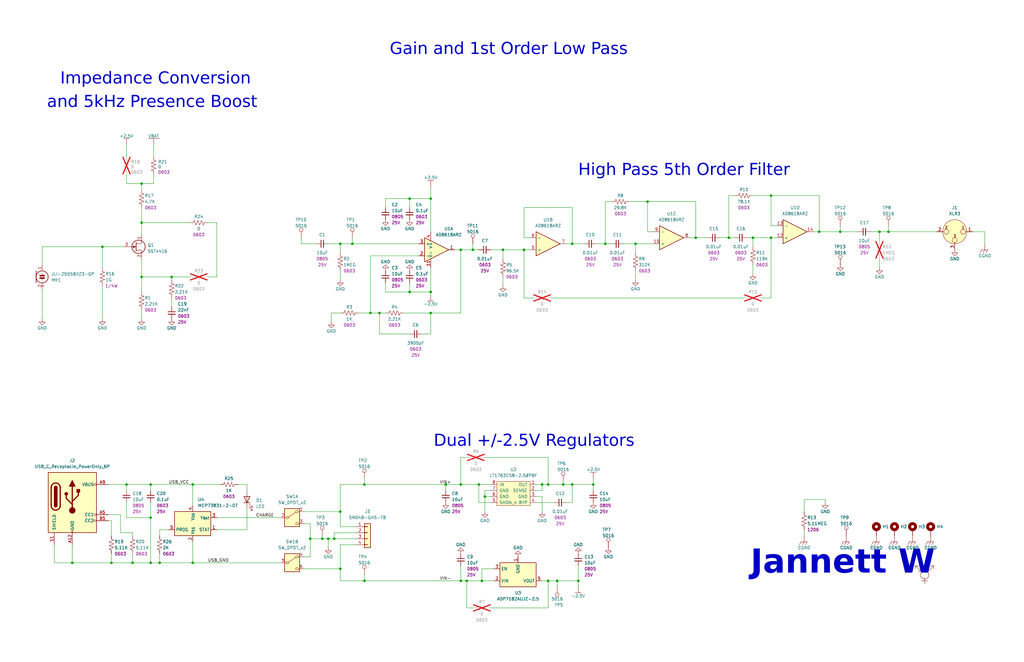
<source format=kicad_sch>
(kicad_sch (version 20250114) (generator "eeschema") (generator_version "9.0")
  (paper "B")
  (lib_symbols
    (symbol "Amplifier_Operational:ADA4610-4xR"
      (property "Reference" "U" (at 0 3.81 0))
      (property "Value" "ADA4610-4xR" (at 0 -3.81 0))
      (symbol "ADA4610-4xR_1_1"
        (pin input line (at -7.62 2.54 0) (length 2.54) (name "+") (number "3"))
        (pin input line (at -7.62 -2.54 0) (length 2.54) (name "-") (number "2"))
        (pin output line (at 7.62 0 180) (length 2.54) (name "~") (number "1"))
      )
      (symbol "ADA4610-4xR_2_1"
        (pin input line (at -7.62 2.54 0) (length 2.54) (name "+") (number "5"))
        (pin input line (at -7.62 -2.54 0) (length 2.54) (name "-") (number "6"))
        (pin output line (at 7.62 0 180) (length 2.54) (name "~") (number "7"))
      )
      (symbol "ADA4610-4xR_3_1"
        (pin input line (at -7.62 2.54 0) (length 2.54) (name "+") (number "10"))
        (pin input line (at -7.62 -2.54 0) (length 2.54) (name "-") (number "9"))
        (pin output line (at 7.62 0 180) (length 2.54) (name "~") (number "8"))
      )
      (symbol "ADA4610-4xR_4_1"
        (pin input line (at -7.62 2.54 0) (length 2.54) (name "+") (number "12"))
        (pin input line (at -7.62 -2.54 0) (length 2.54) (name "-") (number "13"))
        (pin output line (at 7.62 0 180) (length 2.54) (name "~") (number "14"))
      )
      (symbol "ADA4610-4xR_5_1"
        (pin power_in line (at -2.54 7.62 270) (length 3.81) (name "V+") (number "4"))
        (pin power_in line (at -2.54 -7.62 90) (length 3.81) (name "V-") (number "11"))
      )
    )
    (symbol "Battery_Management:MCP73831-2-OT"
      (property "Reference" "U" (at -7.62 6.35 0))
      (property "Value" "MCP73831-2-OT" (at 1.27 6.35 0))
      (symbol "MCP73831-2-OT_1_1"
        (pin input line (at -10.16 -2.54 0) (length 2.54) (name "PROG") (number "5"))
        (pin power_in line (at 0 7.62 270) (length 2.54) (name "V_{DD}") (number "4"))
        (pin power_in line (at 0 -7.62 90) (length 2.54) (name "V_{SS}") (number "2"))
        (pin power_out line (at 10.16 2.54 180) (length 2.54) (name "V_{BAT}") (number "3"))
        (pin tri_state line (at 10.16 -2.54 180) (length 2.54) (name "STAT") (number "1"))
      )
    )
    (symbol "Connector:TestPoint" (pin_numbers (hide yes)) (pin_names (offset 0.762) (hide yes))
      (property "Reference" "TP" (at 0 6.858 0))
      (property "Value" "TestPoint" (at 0 5.08 0))
      (symbol "TestPoint_1_1"
        (pin passive line (at 0 0 90) (length 2.54) (name "1") (number "1"))
      )
    )
    (symbol "Connector:USB_C_Receptacle_PowerOnly_6P" (pin_names (offset 1.016))
      (property "Reference" "J" (at 0 16.51 0))
      (property "Value" "USB_C_Receptacle_PowerOnly_6P" (at 0 13.97 0))
      (symbol "USB_C_Receptacle_PowerOnly_6P_1_1"
        (pin passive line (at -7.62 -17.78 90) (length 5.08) (name "SHIELD") (number "S1"))
        (pin passive line (at 0 -17.78 90) (length 5.08) (name "GND") (number "A12"))
        (pin passive line (at 0 -17.78 90) (length 5.08) (hide yes) (name "GND") (number "B12"))
        (pin passive line (at 15.24 7.62 180) (length 5.08) (name "VBUS") (number "A9"))
        (pin passive line (at 15.24 7.62 180) (length 5.08) (hide yes) (name "VBUS") (number "B9"))
        (pin bidirectional line (at 15.24 -5.08 180) (length 5.08) (name "CC1") (number "A5"))
        (pin bidirectional line (at 15.24 -7.62 180) (length 5.08) (name "CC2") (number "B5"))
      )
    )
    (symbol "Connector_Audio:XLR3" (pin_names (hide yes))
      (property "Reference" "J" (at 0 8.89 0))
      (property "Value" "XLR3" (at 0 6.35 0))
      (symbol "XLR3_0_1"
        (text "1" (at -3.556 1.778 0) (effects (font (size 1.016 1.016) (bold yes))))
        (text "3" (at 0 -1.778 0) (effects (font (size 1.016 1.016) (bold yes))))
        (text "2" (at 3.556 1.778 0) (effects (font (size 1.016 1.016) (bold yes))))
        (pin passive line (at -7.62 0 0) (length 2.54) (name "~") (number "1"))
        (pin passive line (at 0 -7.62 90) (length 2.54) (name "~") (number "3"))
        (pin passive line (at 7.62 0 180) (length 2.54) (name "~") (number "2"))
      )
    )
    (symbol "Connector_Generic:Conn_01x04" (pin_names (offset 1.016) (hide yes))
      (property "Reference" "J" (at 0 5.08 0))
      (property "Value" "Conn_01x04" (at 0 -7.62 0))
      (symbol "Conn_01x04_1_1"
        (pin passive line (at -5.08 2.54 0) (length 3.81) (name "Pin_1") (number "1"))
        (pin passive line (at -5.08 0 0) (length 3.81) (name "Pin_2") (number "2"))
        (pin passive line (at -5.08 -2.54 0) (length 3.81) (name "Pin_3") (number "3"))
        (pin passive line (at -5.08 -5.08 0) (length 3.81) (name "Pin_4") (number "4"))
      )
    )
    (symbol "Device:C_Small" (pin_numbers (hide yes)) (pin_names (offset 0.254) (hide yes))
      (property "Reference" "C" (at 0.254 1.778 0))
      (property "Value" "C_Small" (at 0.254 -2.032 0))
      (symbol "C_Small_1_1"
        (pin passive line (at 0 2.54 270) (length 2.032) (name "~") (number "1"))
        (pin passive line (at 0 -2.54 90) (length 2.032) (name "~") (number "2"))
      )
    )
    (symbol "Device:LED" (pin_numbers (hide yes)) (pin_names (offset 1.016) (hide yes))
      (property "Reference" "D" (at 0 2.54 0))
      (property "Value" "LED" (at 0 -2.54 0))
      (symbol "LED_1_1"
        (pin passive line (at -3.81 0 0) (length 2.54) (name "K") (number "1"))
        (pin passive line (at 3.81 0 180) (length 2.54) (name "A") (number "2"))
      )
    )
    (symbol "Device:Microphone_Condenser" (pin_names (offset 0.0254) (hide yes))
      (property "Reference" "MK" (at -3.302 1.27 0))
      (property "Value" "Microphone_Condenser" (at -3.302 -0.635 0))
      (symbol "Microphone_Condenser_1_1"
        (pin passive line (at 0 5.08 270) (length 2.54) (name "+") (number "2"))
        (pin passive line (at 0 -5.08 90) (length 2.54) (name "-") (number "1"))
      )
    )
    (symbol "Device:R_US" (pin_numbers (hide yes)) (pin_names (offset 0))
      (property "Reference" "R" (at 2.54 0 90))
      (property "Value" "R_US" (at -2.54 0 90))
      (symbol "R_US_1_1"
        (pin passive line (at 0 3.81 270) (length 1.27) (name "~") (number "1"))
        (pin passive line (at 0 -3.81 90) (length 1.27) (name "~") (number "2"))
      )
    )
    (symbol "Jannett_Symbol_Library:+2.5V" (power) (pin_names (offset 0))
      (property "Value" "+2.5V" (at 0 3.81 0))
      (symbol "+2.5V_1_1"
        (pin power_in line (at 0 0 90) (length 0) (hide yes) (name "+2.5V") (number "1"))
      )
    )
    (symbol "Jannett_Symbol_Library:-2.5V" (power) (pin_names (offset 0))
      (property "Value" "-2.5V" (at 0 -3.81 0))
      (symbol "-2.5V_1_1"
        (pin power_in line (at 0 0 270) (length 0) (hide yes) (name "-2.5V") (number "1"))
      )
    )
    (symbol "Jannett_Symbol_Library:CGND" (power) (pin_names (offset 0))
      (property "Value" "CGND" (at 0 -5.08 0))
      (symbol "CGND_1_1"
        (pin power_in line (at 0 0 90) (length 0) (hide yes) (name "CGND") (number "1"))
      )
    )
    (symbol "Jannett_Symbol_Library:LT1763CS8-3.3#PBF" (pin_names (offset 1.016))
      (property "Reference" "U" (at 0 0 0))
      (property "Value" "LT1763CS8-3.3#PBF" (at 0 -2.54 0))
      (symbol "LT1763CS8-3.3#PBF_1_1"
        (pin input line (at -10.16 -5.08 0) (length 2.54) (name "OUT") (number "1"))
        (pin input line (at -10.16 -7.62 0) (length 2.54) (name "SENSE") (number "2"))
        (pin passive line (at -10.16 -10.16 0) (length 2.54) (name "GND") (number "3"))
        (pin passive line (at -10.16 -12.7 0) (length 2.54) (name "BYP") (number "4"))
        (pin power_in line (at 8.89 -5.08 180) (length 2.54) (name "IN") (number "8"))
        (pin power_out line (at 8.89 -7.62 180) (length 2.54) (name "GND") (number "7"))
        (pin output line (at 8.89 -10.16 180) (length 2.54) (name "GND") (number "6"))
        (pin input line (at 8.89 -12.7 180) (length 2.54) (name "SHDN_n") (number "5"))
      )
    )
    (symbol "Jannett_Symbol_Library:Trans_Symbol")
    (symbol "Mechanical:MountingHole_Pad" (pin_numbers (hide yes)) (pin_names (offset 1.016) (hide yes))
      (property "Reference" "H" (at 0 6.35 0))
      (property "Value" "MountingHole_Pad" (at 0 4.445 0))
      (symbol "MountingHole_Pad_1_1"
        (pin input line (at 0 -2.54 90) (length 2.54) (name "1") (number "1"))
      )
    )
    (symbol "Regulator_Linear:ADP7182AUJZ-2.5"
      (property "Reference" "U" (at 0 -7.62 0))
      (property "Value" "ADP7182AUJZ-2.5" (at 0 -6.35 0))
      (symbol "ADP7182AUJZ-2.5_1_1"
        (pin input line (at -10.16 2.54 0) (length 2.54) (name "EN") (number "3"))
        (pin power_in line (at -10.16 -2.54 0) (length 2.54) (name "VIN") (number "2"))
        (pin power_in line (at 0 7.62 270) (length 2.54) (name "GND") (number "1"))
        (pin no_connect line (at 7.62 0 180) (length 2.54) (hide yes) (name "NC") (number "4"))
        (pin power_out line (at 10.16 -2.54 180) (length 2.54) (name "VOUT") (number "5"))
      )
    )
    (symbol "Switch:SW_DPDT_x2" (pin_names (offset 0) (hide yes))
      (property "Reference" "SW" (at 0 5.08 0))
      (property "Value" "SW_DPDT_x2" (at 0 -5.08 0))
      (symbol "SW_DPDT_x2_1_1"
        (pin passive line (at -5.08 0 0) (length 2.54) (name "B") (number "2"))
        (pin passive line (at 5.08 2.54 180) (length 2.54) (name "A") (number "1"))
        (pin passive line (at 5.08 -2.54 180) (length 2.54) (name "C") (number "3"))
      )
      (symbol "SW_DPDT_x2_2_1"
        (pin passive line (at -5.08 0 0) (length 2.54) (name "B") (number "5"))
        (pin passive line (at 5.08 2.54 180) (length 2.54) (name "A") (number "4"))
        (pin passive line (at 5.08 -2.54 180) (length 2.54) (name "C") (number "6"))
      )
    )
    (symbol "Transistor_FET:MMBFJ113" (pin_names (hide yes))
      (property "Reference" "Q" (at 5.08 1.905 0))
      (property "Value" "MMBFJ113" (at 5.08 0 0))
      (symbol "MMBFJ113_1_1"
        (pin input line (at -5.08 0 0) (length 2.54) (name "G") (number "3"))
        (pin passive line (at 2.54 5.08 270) (length 2.54) (name "D") (number "1"))
        (pin passive line (at 2.54 -5.08 90) (length 2.54) (name "S") (number "2"))
      )
    )
    (symbol "jannett_symbols:VBAT" (power) (pin_names (offset 0))
      (property "Value" "VBAT" (at 0 3.81 0))
      (symbol "VBAT_1_1"
        (pin power_in line (at 0 0 90) (length 0) (hide yes) (name "VBAT") (number "1"))
      )
    )
    (symbol "power:GND" (power) (pin_names (offset 0))
      (property "Value" "GND" (at 0 -3.81 0))
      (symbol "GND_1_1"
        (pin power_in line (at 0 0 270) (length 0) (hide yes) (name "GND") (number "1"))
      )
    )
  )
  (text "and 5kHz Presence Boost" (at 19.812 47.498 0) (effects (font (size 5 5)) (justify left bottom)))
  (text "Dual +/-2.5V Regulators" (at 182.88 190.5 0) (effects (font (size 5 5)) (justify left bottom)))
  (text "Jannett W" (at 316.484 246.126 0) (effects (font (size 10 10) (thickness 2) (bold yes)) (justify left bottom)))
  (text "Impedance Conversion" (at 25.4 37.592 0) (effects (font (size 5 5)) (justify left bottom)))
  (text "High Pass 5th Order Filter" (at 243.84 76.2 0) (effects (font (size 5 5)) (justify left bottom)))
  (text "Gain and 1st Order Low Pass" (at 164.338 25.146 0) (effects (font (size 5 5)) (justify left bottom)))
  (junction (at 307.34 100.33))
  (junction (at 234.95 245.11))
  (junction (at 172.72 83.82))
  (junction (at 59.69 116.84))
  (junction (at 46.99 237.49))
  (junction (at 153.67 245.11))
  (junction (at 63.5 237.49))
  (junction (at 187.96 204.47))
  (junction (at 181.61 123.19))
  (junction (at 143.51 102.87))
  (junction (at 203.2 245.11))
  (junction (at 172.72 123.19))
  (junction (at 81.28 237.49))
  (junction (at 43.18 104.14))
  (junction (at 181.61 83.82))
  (junction (at 255.27 102.87))
  (junction (at 160.02 132.08))
  (junction (at 345.44 97.79))
  (junction (at 53.34 204.47))
  (junction (at 140.97 227.33))
  (junction (at 250.19 204.47))
  (junction (at 181.61 132.08))
  (junction (at 212.09 105.41))
  (junction (at 148.59 102.87))
  (junction (at 231.14 245.11))
  (junction (at 374.65 97.79))
  (junction (at 370.84 97.79))
  (junction (at 156.21 132.08))
  (junction (at 220.98 105.41))
  (junction (at 228.6 204.47))
  (junction (at 63.5 218.44))
  (junction (at 204.47 209.55))
  (junction (at 241.3 204.47))
  (junction (at 231.14 204.47))
  (junction (at 267.97 102.87))
  (junction (at 72.39 116.84))
  (junction (at 237.49 204.47))
  (junction (at 194.31 245.11))
  (junction (at 67.31 237.49))
  (junction (at 199.39 105.41))
  (junction (at 143.51 240.03))
  (junction (at 273.05 85.09))
  (junction (at 138.43 227.33))
  (junction (at 317.5 100.33))
  (junction (at 194.31 105.41))
  (junction (at 130.81 227.33))
  (junction (at 59.69 77.47))
  (junction (at 354.33 97.79))
  (junction (at 153.67 204.47))
  (junction (at 293.37 100.33))
  (junction (at 241.3 102.87))
  (junction (at 196.85 245.11))
  (junction (at 135.89 227.33))
  (junction (at 63.5 204.47))
  (junction (at 201.93 204.47))
  (junction (at 194.31 204.47))
  (junction (at 30.48 237.49))
  (junction (at 81.28 204.47))
  (junction (at 143.51 215.9))
  (junction (at 325.12 82.55))
  (junction (at 55.88 237.49))
  (junction (at 243.84 245.11))
  (junction (at 325.12 100.33))
  (junction (at 59.69 93.98))
  (wire (pts (xy 181.61 113.03) (xy 181.61 123.19)))
  (wire (pts (xy 234.95 247.65) (xy 234.95 245.11)))
  (wire (pts (xy 181.61 132.08) (xy 194.31 132.08)))
  (wire (pts (xy 72.39 118.11) (xy 72.39 116.84)))
  (wire (pts (xy 231.14 204.47) (xy 237.49 204.47)))
  (wire (pts (xy 162.56 119.38) (xy 162.56 123.19)))
  (wire (pts (xy 59.69 77.47) (xy 59.69 80.01)))
  (wire (pts (xy 339.09 215.9) (xy 339.09 210.82)))
  (wire (pts (xy 30.48 237.49) (xy 46.99 237.49)))
  (wire (pts (xy 203.2 240.03) (xy 203.2 245.11)))
  (wire (pts (xy 231.14 256.54) (xy 231.14 245.11)))
  (wire (pts (xy 208.28 240.03) (xy 203.2 240.03)))
  (wire (pts (xy 251.46 102.87) (xy 255.27 102.87)))
  (wire (pts (xy 203.2 245.11) (xy 208.28 245.11)))
  (wire (pts (xy 220.98 100.33) (xy 220.98 87.63)))
  (wire (pts (xy 220.98 87.63) (xy 241.3 87.63)))
  (wire (pts (xy 151.13 132.08) (xy 156.21 132.08)))
  (wire (pts (xy 135.89 226.06) (xy 135.89 227.33)))
  (wire (pts (xy 139.7 132.08) (xy 139.7 135.89)))
  (wire (pts (xy 232.41 125.73) (xy 313.69 125.73)))
  (wire (pts (xy 130.81 220.98) (xy 130.81 227.33)))
  (wire (pts (xy 199.39 102.87) (xy 199.39 105.41)))
  (wire (pts (xy 149.86 227.33) (xy 140.97 227.33)))
  (wire (pts (xy 187.96 204.47) (xy 194.31 204.47)))
  (wire (pts (xy 267.97 102.87) (xy 275.59 102.87)))
  (wire (pts (xy 181.61 140.97) (xy 181.61 132.08)))
  (wire (pts (xy 53.34 204.47) (xy 53.34 207.01)))
  (wire (pts (xy 140.97 224.79) (xy 140.97 227.33)))
  (wire (pts (xy 22.86 237.49) (xy 30.48 237.49)))
  (wire (pts (xy 204.47 209.55) (xy 207.01 209.55)))
  (wire (pts (xy 207.01 207.01) (xy 204.47 207.01)))
  (wire (pts (xy 162.56 87.63) (xy 162.56 83.82)))
  (wire (pts (xy 170.18 132.08) (xy 181.61 132.08)))
  (wire (pts (xy 64.77 77.47) (xy 59.69 77.47)))
  (wire (pts (xy 46.99 237.49) (xy 55.88 237.49)))
  (wire (pts (xy 224.79 125.73) (xy 220.98 125.73)))
  (wire (pts (xy 143.51 118.11) (xy 143.51 114.3)))
  (wire (pts (xy 81.28 237.49) (xy 118.11 237.49)))
  (wire (pts (xy 59.69 99.06) (xy 59.69 93.98)))
  (wire (pts (xy 307.34 82.55) (xy 309.88 82.55)))
  (wire (pts (xy 293.37 85.09) (xy 293.37 100.33)))
  (wire (pts (xy 243.84 245.11) (xy 243.84 247.65)))
  (wire (pts (xy 63.5 218.44) (xy 63.5 237.49)))
  (wire (pts (xy 226.06 209.55) (xy 228.6 209.55)))
  (wire (pts (xy 265.43 85.09) (xy 273.05 85.09)))
  (wire (pts (xy 53.34 204.47) (xy 63.5 204.47)))
  (wire (pts (xy 63.5 218.44) (xy 63.5 212.09)))
  (wire (pts (xy 128.27 215.9) (xy 143.51 215.9)))
  (wire (pts (xy 46.99 219.71) (xy 45.72 219.71)))
  (wire (pts (xy 181.61 78.74) (xy 181.61 83.82)))
  (wire (pts (xy 81.28 204.47) (xy 92.71 204.47)))
  (wire (pts (xy 196.85 245.11) (xy 196.85 256.54)))
  (wire (pts (xy 91.44 116.84) (xy 91.44 93.98)))
  (wire (pts (xy 194.31 245.11) (xy 196.85 245.11)))
  (wire (pts (xy 50.8 217.17) (xy 50.8 224.79)))
  (wire (pts (xy 212.09 105.41) (xy 220.98 105.41)))
  (wire (pts (xy 255.27 102.87) (xy 255.27 85.09)))
  (wire (pts (xy 153.67 204.47) (xy 187.96 204.47)))
  (wire (pts (xy 303.53 100.33) (xy 307.34 100.33)))
  (wire (pts (xy 160.02 140.97) (xy 160.02 132.08)))
  (wire (pts (xy 181.61 123.19) (xy 181.61 124.46)))
  (wire (pts (xy 228.6 207.01) (xy 228.6 204.47)))
  (wire (pts (xy 307.34 100.33) (xy 309.88 100.33)))
  (wire (pts (xy 250.19 204.47) (xy 250.19 207.01)))
  (wire (pts (xy 314.96 100.33) (xy 317.5 100.33)))
  (wire (pts (xy 228.6 245.11) (xy 231.14 245.11)))
  (wire (pts (xy 241.3 87.63) (xy 241.3 102.87)))
  (wire (pts (xy 87.63 93.98) (xy 91.44 93.98)))
  (wire (pts (xy 220.98 125.73) (xy 220.98 105.41)))
  (wire (pts (xy 156.21 132.08) (xy 160.02 132.08)))
  (wire (pts (xy 194.31 238.76) (xy 194.31 245.11)))
  (wire (pts (xy 293.37 100.33) (xy 290.83 100.33)))
  (wire (pts (xy 50.8 224.79) (xy 55.88 224.79)))
  (wire (pts (xy 53.34 77.47) (xy 59.69 77.47)))
  (wire (pts (xy 339.09 210.82) (xy 347.98 210.82)))
  (wire (pts (xy 207.01 256.54) (xy 231.14 256.54)))
  (wire (pts (xy 374.65 97.79) (xy 394.97 97.79)))
  (wire (pts (xy 138.43 227.33) (xy 138.43 231.14)))
  (wire (pts (xy 162.56 123.19) (xy 172.72 123.19)))
  (wire (pts (xy 231.14 245.11) (xy 234.95 245.11)))
  (wire (pts (xy 273.05 97.79) (xy 273.05 85.09)))
  (wire (pts (xy 194.31 105.41) (xy 199.39 105.41)))
  (wire (pts (xy 176.53 107.95) (xy 156.21 107.95)))
  (wire (pts (xy 55.88 224.79) (xy 55.88 226.06)))
  (wire (pts (xy 67.31 233.68) (xy 67.31 237.49)))
  (wire (pts (xy 59.69 116.84) (xy 59.69 123.19)))
  (wire (pts (xy 370.84 113.03) (xy 370.84 109.22)))
  (wire (pts (xy 220.98 105.41) (xy 223.52 105.41)))
  (wire (pts (xy 317.5 100.33) (xy 325.12 100.33)))
  (wire (pts (xy 104.14 223.52) (xy 91.44 223.52)))
  (wire (pts (xy 194.31 132.08) (xy 194.31 105.41)))
  (wire (pts (xy 59.69 130.81) (xy 59.69 134.62)))
  (wire (pts (xy 201.93 212.09) (xy 201.93 204.47)))
  (wire (pts (xy 143.51 102.87) (xy 148.59 102.87)))
  (wire (pts (xy 81.28 204.47) (xy 81.28 213.36)))
  (wire (pts (xy 67.31 237.49) (xy 81.28 237.49)))
  (wire (pts (xy 317.5 100.33) (xy 317.5 104.14)))
  (wire (pts (xy 223.52 100.33) (xy 220.98 100.33)))
  (wire (pts (xy 231.14 193.04) (xy 231.14 204.47)))
  (wire (pts (xy 148.59 100.33) (xy 148.59 102.87)))
  (wire (pts (xy 71.12 223.52) (xy 67.31 223.52)))
  (wire (pts (xy 415.29 97.79) (xy 415.29 102.87)))
  (wire (pts (xy 72.39 116.84) (xy 59.69 116.84)))
  (wire (pts (xy 228.6 204.47) (xy 226.06 204.47)))
  (wire (pts (xy 153.67 201.93) (xy 153.67 204.47)))
  (wire (pts (xy 207.01 212.09) (xy 201.93 212.09)))
  (wire (pts (xy 64.77 73.66) (xy 64.77 77.47)))
  (wire (pts (xy 354.33 95.25) (xy 354.33 97.79)))
  (wire (pts (xy 149.86 222.25) (xy 143.51 222.25)))
  (wire (pts (xy 30.48 237.49) (xy 30.48 229.87)))
  (wire (pts (xy 273.05 85.09) (xy 293.37 85.09)))
  (wire (pts (xy 172.72 83.82) (xy 181.61 83.82)))
  (wire (pts (xy 204.47 193.04) (xy 231.14 193.04)))
  (wire (pts (xy 172.72 140.97) (xy 160.02 140.97)))
  (wire (pts (xy 370.84 97.79) (xy 374.65 97.79)))
  (wire (pts (xy 212.09 105.41) (xy 212.09 109.22)))
  (wire (pts (xy 321.31 125.73) (xy 325.12 125.73)))
  (wire (pts (xy 67.31 223.52) (xy 67.31 226.06)))
  (wire (pts (xy 226.06 212.09) (xy 233.68 212.09)))
  (wire (pts (xy 194.31 105.41) (xy 191.77 105.41)))
  (wire (pts (xy 153.67 242.57) (xy 153.67 245.11)))
  (wire (pts (xy 228.6 209.55) (xy 228.6 215.9)))
  (wire (pts (xy 243.84 238.76) (xy 243.84 245.11)))
  (wire (pts (xy 143.51 222.25) (xy 143.51 215.9)))
  (wire (pts (xy 367.03 97.79) (xy 370.84 97.79)))
  (wire (pts (xy 63.5 204.47) (xy 81.28 204.47)))
  (wire (pts (xy 354.33 97.79) (xy 361.95 97.79)))
  (wire (pts (xy 17.78 134.62) (xy 17.78 121.92)))
  (wire (pts (xy 237.49 203.2) (xy 237.49 204.47)))
  (wire (pts (xy 347.98 210.82) (xy 347.98 212.09)))
  (wire (pts (xy 43.18 104.14) (xy 43.18 113.03)))
  (wire (pts (xy 238.76 212.09) (xy 241.3 212.09)))
  (wire (pts (xy 43.18 134.62) (xy 43.18 120.65)))
  (wire (pts (xy 172.72 83.82) (xy 172.72 87.63)))
  (wire (pts (xy 317.5 115.57) (xy 317.5 111.76)))
  (wire (pts (xy 45.72 217.17) (xy 50.8 217.17)))
  (wire (pts (xy 325.12 95.25) (xy 325.12 82.55)))
  (wire (pts (xy 138.43 102.87) (xy 143.51 102.87)))
  (wire (pts (xy 345.44 82.55) (xy 345.44 97.79)))
  (wire (pts (xy 139.7 132.08) (xy 143.51 132.08)))
  (wire (pts (xy 317.5 82.55) (xy 325.12 82.55)))
  (wire (pts (xy 241.3 102.87) (xy 238.76 102.87)))
  (wire (pts (xy 63.5 237.49) (xy 67.31 237.49)))
  (wire (pts (xy 187.96 204.47) (xy 187.96 207.01)))
  (wire (pts (xy 130.81 227.33) (xy 135.89 227.33)))
  (wire (pts (xy 143.51 229.87) (xy 143.51 240.03)))
  (wire (pts (xy 237.49 204.47) (xy 241.3 204.47)))
  (wire (pts (xy 143.51 240.03) (xy 143.51 245.11)))
  (wire (pts (xy 410.21 97.79) (xy 415.29 97.79)))
  (wire (pts (xy 128.27 220.98) (xy 130.81 220.98)))
  (wire (pts (xy 55.88 237.49) (xy 63.5 237.49)))
  (wire (pts (xy 140.97 227.33) (xy 138.43 227.33)))
  (wire (pts (xy 100.33 204.47) (xy 104.14 204.47)))
  (wire (pts (xy 130.81 234.95) (xy 130.81 227.33)))
  (wire (pts (xy 53.34 73.66) (xy 53.34 77.47)))
  (wire (pts (xy 212.09 120.65) (xy 212.09 116.84)))
  (wire (pts (xy 72.39 116.84) (xy 80.01 116.84)))
  (wire (pts (xy 172.72 123.19) (xy 181.61 123.19)))
  (wire (pts (xy 201.93 204.47) (xy 207.01 204.47)))
  (wire (pts (xy 63.5 204.47) (xy 63.5 207.01)))
  (wire (pts (xy 196.85 193.04) (xy 194.31 193.04)))
  (wire (pts (xy 293.37 100.33) (xy 298.45 100.33)))
  (wire (pts (xy 339.09 226.06) (xy 339.09 223.52)))
  (wire (pts (xy 275.59 97.79) (xy 273.05 97.79)))
  (wire (pts (xy 204.47 209.55) (xy 204.47 215.9)))
  (wire (pts (xy 370.84 97.79) (xy 370.84 101.6)))
  (wire (pts (xy 128.27 234.95) (xy 130.81 234.95)))
  (wire (pts (xy 194.31 204.47) (xy 201.93 204.47)))
  (wire (pts (xy 128.27 240.03) (xy 143.51 240.03)))
  (wire (pts (xy 262.89 102.87) (xy 267.97 102.87)))
  (wire (pts (xy 127 100.33) (xy 127 102.87)))
  (wire (pts (xy 156.21 107.95) (xy 156.21 132.08)))
  (wire (pts (xy 55.88 237.49) (xy 55.88 233.68)))
  (wire (pts (xy 325.12 100.33) (xy 327.66 100.33)))
  (wire (pts (xy 226.06 207.01) (xy 228.6 207.01)))
  (wire (pts (xy 104.14 214.63) (xy 104.14 223.52)))
  (wire (pts (xy 81.28 237.49) (xy 81.28 228.6)))
  (wire (pts (xy 255.27 102.87) (xy 257.81 102.87)))
  (wire (pts (xy 199.39 105.41) (xy 201.93 105.41)))
  (wire (pts (xy 143.51 215.9) (xy 143.51 204.47)))
  (wire (pts (xy 149.86 229.87) (xy 143.51 229.87)))
  (wire (pts (xy 143.51 245.11) (xy 153.67 245.11)))
  (wire (pts (xy 53.34 212.09) (xy 53.34 218.44)))
  (wire (pts (xy 228.6 204.47) (xy 231.14 204.47)))
  (wire (pts (xy 255.27 85.09) (xy 257.81 85.09)))
  (wire (pts (xy 143.51 204.47) (xy 153.67 204.47)))
  (wire (pts (xy 307.34 100.33) (xy 307.34 82.55)))
  (wire (pts (xy 345.44 97.79) (xy 342.9 97.79)))
  (wire (pts (xy 207.01 105.41) (xy 212.09 105.41)))
  (wire (pts (xy 177.8 140.97) (xy 181.61 140.97)))
  (wire (pts (xy 194.31 193.04) (xy 194.31 204.47)))
  (wire (pts (xy 46.99 219.71) (xy 46.99 226.06)))
  (wire (pts (xy 149.86 224.79) (xy 140.97 224.79)))
  (wire (pts (xy 234.95 245.11) (xy 243.84 245.11)))
  (wire (pts (xy 250.19 201.93) (xy 250.19 204.47)))
  (wire (pts (xy 325.12 82.55) (xy 345.44 82.55)))
  (wire (pts (xy 267.97 118.11) (xy 267.97 114.3)))
  (wire (pts (xy 143.51 102.87) (xy 143.51 106.68)))
  (wire (pts (xy 327.66 95.25) (xy 325.12 95.25)))
  (wire (pts (xy 196.85 245.11) (xy 203.2 245.11)))
  (wire (pts (xy 160.02 132.08) (xy 162.56 132.08)))
  (wire (pts (xy 374.65 95.25) (xy 374.65 97.79)))
  (wire (pts (xy 345.44 97.79) (xy 354.33 97.79)))
  (wire (pts (xy 59.69 93.98) (xy 80.01 93.98)))
  (wire (pts (xy 162.56 83.82) (xy 172.72 83.82)))
  (wire (pts (xy 148.59 102.87) (xy 176.53 102.87)))
  (wire (pts (xy 59.69 93.98) (xy 59.69 87.63)))
  (wire (pts (xy 199.39 256.54) (xy 196.85 256.54)))
  (wire (pts (xy 104.14 204.47) (xy 104.14 207.01)))
  (wire (pts (xy 181.61 83.82) (xy 181.61 97.79)))
  (wire (pts (xy 17.78 104.14) (xy 17.78 111.76)))
  (wire (pts (xy 241.3 204.47) (xy 250.19 204.47)))
  (wire (pts (xy 52.07 104.14) (xy 43.18 104.14)))
  (wire (pts (xy 241.3 212.09) (xy 241.3 204.47)))
  (wire (pts (xy 87.63 116.84) (xy 91.44 116.84)))
  (wire (pts (xy 22.86 229.87) (xy 22.86 237.49)))
  (wire (pts (xy 43.18 104.14) (xy 17.78 104.14)))
  (wire (pts (xy 135.89 227.33) (xy 138.43 227.33)))
  (wire (pts (xy 72.39 129.54) (xy 72.39 125.73)))
  (wire (pts (xy 53.34 218.44) (xy 63.5 218.44)))
  (wire (pts (xy 46.99 237.49) (xy 46.99 233.68)))
  (wire (pts (xy 64.77 60.96) (xy 64.77 66.04)))
  (wire (pts (xy 127 102.87) (xy 133.35 102.87)))
  (wire (pts (xy 267.97 102.87) (xy 267.97 106.68)))
  (wire (pts (xy 91.44 218.44) (xy 118.11 218.44)))
  (wire (pts (xy 172.72 119.38) (xy 172.72 123.19)))
  (wire (pts (xy 59.69 109.22) (xy 59.69 116.84)))
  (wire (pts (xy 204.47 207.01) (xy 204.47 209.55)))
  (wire (pts (xy 45.72 204.47) (xy 53.34 204.47)))
  (wire (pts (xy 325.12 100.33) (xy 325.12 125.73)))
  (wire (pts (xy 153.67 245.11) (xy 194.31 245.11)))
  (wire (pts (xy 53.34 60.96) (xy 53.34 66.04)))
  (wire (pts (xy 241.3 102.87) (xy 246.38 102.87)))
  (label "CHARGE" (at 107.95 218.44 0))
  (label "USB_VCC" (at 71.12 204.47 0))
  (label "USB_GND" (at 87.63 237.49 0))
  (label "VIN+" (at 185.42 204.47 0))
  (label "VIN-" (at 185.42 245.11 0))
  (symbol (lib_id "Device:R_US") (at 43.18 116.84 0) (unit 1)
    (property "Reference" "R16" (at 44.45 115.57 0) (effects (justify left)))
    (property "Value" "1G" (at 44.45 118.11 0) (effects (justify left)))
    (property "Footprint" "Resistor_THT:R_Axial_DIN0207_L6.3mm_D2.5mm_P10.16mm_Horizontal" (effects (hide yes)))
    (property "Package" "1/4W" (at 46.99 120.65 0))
  )
  (symbol (lib_id "power:GND") (at 347.98 212.09 0) (unit 1)
    (property "Reference" "#PWR028" (effects (hide yes)))
    (property "Value" "GND" (at 347.98 215.9 0))
  )
  (symbol (lib_id "Device:C_Small") (at 175.26 140.97 90) (unit 1)
    (property "Reference" "C6" (at 175.26 137.16 90))
    (property "Value" "3900pF" (at 175.26 144.78 90))
    (property "Footprint" "Capacitor_SMD:C_0603_1608Metric_Pad1.08x0.95mm_HandSolder" (effects (hide yes)))
    (property "Package" "0603" (at 175.26 147.32 90))
    (property "Voltage" "25V" (at 175.26 149.86 90))
  )
  (symbol (lib_id "Switch:SW_DPDT_x2") (at 123.19 218.44 0) (unit 1)
    (property "Reference" "SW1" (at 123.19 209.55 0))
    (property "Value" "SW_DPDT_x2" (at 123.19 212.09 0))
    (property "Footprint" "jannett_footprints:SW_DPDT_CK_JS202011JCQN" (effects (hide yes)))
    (property "Description" "Switch, dual pole double throw, separate symbols" (effects (hide yes)))
  )
  (symbol (lib_id "Device:R_US") (at 143.51 110.49 0) (unit 1)
    (property "Reference" "R2" (at 144.78 109.22 0) (effects (justify left)))
    (property "Value" "1MEG" (at 144.78 111.76 0) (effects (justify left)))
    (property "Footprint" "Resistor_SMD:R_0603_1608Metric" (effects (hide yes)))
    (property "Package" "0603" (at 147.32 114.3 0))
  )
  (symbol (lib_id "Device:R_US") (at 200.66 193.04 90) (unit 1) (dnp yes)
    (property "Reference" "R6" (at 200.66 190.5 90))
    (property "Value" "0" (at 200.66 195.58 90))
    (property "Footprint" "Resistor_SMD:R_0603_1608Metric" (effects (hide yes)))
    (property "Package" "0603" (at 200.66 198.12 90))
  )
  (symbol (lib_id "Device:C_Small") (at 172.72 90.17 0) (unit 1)
    (property "Reference" "C4" (at 175.26 86.36 0) (effects (justify left)))
    (property "Value" "0.1uF" (at 175.26 88.9 0) (effects (justify left)))
    (property "Footprint" "Capacitor_SMD:C_0603_1608Metric_Pad1.08x0.95mm_HandSolder" (effects (hide yes)))
    (property "Package" "0603" (at 175.26 91.4337 0) (effects (justify left)))
    (property "Voltage" "25V" (at 175.26 93.9737 0) (effects (justify left)))
  )
  (symbol (lib_id "Device:Microphone_Condenser") (at 17.78 116.84 0) (mirror x) (unit 1)
    (property "Reference" "MK1" (at 21.59 118.1735 0) (effects (justify left)))
    (property "Value" "JLI-2555BXZ3-GP" (at 21.59 115.6335 0) (effects (justify left)))
    (property "Footprint" "jannett_footprints:JLI-2555BXZ3-GP" (effects (hide yes)))
  )
  (symbol (lib_id "Battery_Management:MCP73831-2-OT") (at 81.28 220.98 0) (unit 1)
    (property "Reference" "U4" (at 83.4233 210.82 0) (effects (justify left)))
    (property "Value" "MCP73831-2-OT" (at 83.4233 213.36 0) (effects (justify left)))
    (property "Footprint" "Package_TO_SOT_SMD:SOT-23-5" (effects (hide yes)))
    (property "Datasheet" "http://ww1.microchip.com/downloads/en/DeviceDoc/20001984g.pdf" (effects (hide yes)))
    (property "Description" "Single cell, Li-Ion/Li-Po charge management controller, 4.20V, Tri-State Status Output, in SOT23-5 package" (effects (hide yes)))
  )
  (symbol (lib_id "Device:R_US") (at 203.2 256.54 90) (unit 1) (dnp yes)
    (property "Reference" "R7" (at 203.2 254 90))
    (property "Value" "0" (at 203.2 259.08 90))
    (property "Footprint" "Resistor_SMD:R_0603_1608Metric" (effects (hide yes)))
    (property "Package" "0603" (at 203.2 261.62 90))
  )
  (symbol (lib_id "Device:C_Small") (at 63.5 209.55 0) (unit 1)
    (property "Reference" "C20" (at 66.04 208.28 0) (effects (justify left)))
    (property "Value" "0.1uF" (at 66.04 210.82 0) (effects (justify left)))
    (property "Footprint" "Capacitor_SMD:C_0603_1608Metric_Pad1.08x0.95mm_HandSolder" (effects (hide yes)))
    (property "Package" "0603" (at 66.04 213.3537 0) (effects (justify left)))
    (property "Voltage" "25V" (at 66.04 215.8937 0) (effects (justify left)))
  )
  (symbol (lib_id "power:GND") (at 172.72 114.3 180) (unit 1)
    (property "Reference" "#PWR09" (effects (hide yes)))
    (property "Value" "GND" (at 172.72 110.49 0))
  )
  (symbol (lib_id "Device:C_Small") (at 248.92 102.87 90) (unit 1)
    (property "Reference" "C10" (at 248.92 99.06 90))
    (property "Value" "0.01uF" (at 248.92 106.68 90))
    (property "Footprint" "Capacitor_SMD:C_0603_1608Metric_Pad1.08x0.95mm_HandSolder" (effects (hide yes)))
    (property "Package" "0603" (at 248.92 109.22 90))
    (property "Voltage" "25V" (at 248.92 111.76 90))
  )
  (symbol (lib_id "jannett_symbols:VBAT") (at 64.77 60.96 0) (unit 1)
    (property "Reference" "#PWR039" (effects (hide yes)))
    (property "Value" "VBAT" (at 64.77 57.404 0))
    (property "Description" "Power symbol creates a global label with name \"VBAT\"" (effects (hide yes)))
  )
  (symbol (lib_id "Device:C_Small") (at 162.56 90.17 0) (unit 1)
    (property "Reference" "C2" (at 165.1 86.36 0) (effects (justify left)))
    (property "Value" "10uF" (at 165.1 88.9 0) (effects (justify left)))
    (property "Footprint" "Capacitor_SMD:C_0805_2012Metric_Pad1.18x1.45mm_HandSolder" (effects (hide yes)))
    (property "Package" "0805" (at 165.1 91.4337 0) (effects (justify left)))
    (property "Voltage" "25V" (at 165.1 93.9737 0) (effects (justify left)))
  )
  (symbol (lib_id "power:GND") (at 138.43 231.14 0) (unit 1)
    (property "Reference" "#PWR012" (effects (hide yes)))
    (property "Value" "GND" (at 138.43 234.95 0))
  )
  (symbol (lib_id "Device:R_US") (at 370.84 105.41 0) (unit 1) (dnp yes)
    (property "Reference" "R12" (at 372.11 104.14 0) (effects (justify left)))
    (property "Value" "1MEG" (at 372.11 106.68 0) (effects (justify left)))
    (property "Footprint" "Resistor_SMD:R_0603_1608Metric" (effects (hide yes)))
    (property "Package" "0603" (at 374.65 109.22 0))
  )
  (symbol (lib_id "Connector:TestPoint") (at 127 100.33 0) (unit 1)
    (property "Reference" "TP10" (at 124.46 92.71 0) (effects (justify left)))
    (property "Value" "5016" (at 124.46 95.25 0) (effects (justify left)))
    (property "Footprint" "jannett_footprints:TestPoint_Keystone_5016_Compact" (effects (hide yes)))
  )
  (symbol (lib_id "Connector:TestPoint") (at 148.59 100.33 0) (unit 1)
    (property "Reference" "TP1" (at 146.05 92.71 0) (effects (justify left)))
    (property "Value" "5016" (at 146.05 95.25 0) (effects (justify left)))
    (property "Footprint" "jannett_footprints:TestPoint_Keystone_5016_Compact" (effects (hide yes)))
  )
  (symbol (lib_id "Mechanical:MountingHole_Pad") (at 377.19 223.52 0) (unit 1)
    (property "Reference" "H2" (at 379.73 222.25 0) (effects (justify left)))
    (property "Value" "MountingHole_Pad" (effects (hide yes)))
    (property "Footprint" "MountingHole:MountingHole_3.2mm_M3_ISO14580" (effects (hide yes)))
  )
  (symbol (lib_id "power:GND") (at 370.84 113.03 0) (unit 1)
    (property "Reference" "#PWR026" (effects (hide yes)))
    (property "Value" "GND" (at 370.84 116.84 0))
  )
  (symbol (lib_id "Connector_Audio:XLR3") (at 402.59 97.79 0) (mirror y) (unit 1)
    (property "Reference" "J1" (at 402.59 87.63 0))
    (property "Value" "XLR3" (at 402.59 90.17 0))
    (property "Footprint" "Connector_Audio:Jack_XLR_Neutrik_NC3FAAV-0_Vertical" (effects (hide yes)))
  )
  (symbol (lib_id "Device:R_US") (at 53.34 69.85 180) (unit 1) (dnp yes)
    (property "Reference" "R18" (at 57.15 68.326 0))
    (property "Value" "0" (at 55.88 70.358 0))
    (property "Footprint" "Resistor_SMD:R_0603_1608Metric" (effects (hide yes)))
    (property "Package" "0603" (at 57.658 72.644 0))
  )
  (symbol (lib_id "Device:C_Small") (at 236.22 212.09 90) (unit 1)
    (property "Reference" "C12" (at 236.22 208.28 90))
    (property "Value" "0.01uF" (at 236.22 215.9 90))
    (property "Footprint" "Capacitor_SMD:C_0603_1608Metric_Pad1.08x0.95mm_HandSolder" (effects (hide yes)))
    (property "Package" "0603" (at 236.22 218.44 90))
    (property "Voltage" "25V" (at 236.22 220.98 90))
  )
  (symbol (lib_id "Connector:TestPoint") (at 153.67 242.57 0) (unit 1)
    (property "Reference" "TP4" (at 151.13 234.95 0) (effects (justify left)))
    (property "Value" "5016" (at 151.13 237.49 0) (effects (justify left)))
    (property "Footprint" "jannett_footprints:TestPoint_Keystone_5016_Compact" (effects (hide yes)))
  )
  (symbol (lib_id "Device:C_Small") (at 72.39 132.08 0) (unit 1)
    (property "Reference" "C19" (at 74.93 128.27 0) (effects (justify left)))
    (property "Value" "22nF" (at 74.93 130.81 0) (effects (justify left)))
    (property "Footprint" "Capacitor_SMD:C_0603_1608Metric_Pad1.08x0.95mm_HandSolder" (effects (hide yes)))
    (property "Package" "0603" (at 74.93 133.3437 0) (effects (justify left)))
    (property "Voltage" "25V" (at 74.93 135.8837 0) (effects (justify left)))
  )
  (symbol (lib_id "power:GND") (at 187.96 212.09 0) (unit 1)
    (property "Reference" "#PWR014" (effects (hide yes)))
    (property "Value" "GND" (at 187.96 215.9 0))
  )
  (symbol (lib_id "power:GND") (at 402.59 105.41 0) (mirror y) (unit 1)
    (property "Reference" "#PWR029" (effects (hide yes)))
    (property "Value" "GND" (at 402.59 109.22 0))
  )
  (symbol (lib_id "Jannett_Symbol_Library:+2.5V") (at 250.19 201.93 0) (unit 1)
    (property "Reference" "#PWR022" (effects (hide yes)))
    (property "Value" "+2.5V" (at 250.19 198.12 0))
  )
  (symbol (lib_id "Amplifier_Operational:ADA4610-4xR") (at 335.28 97.79 0) (mirror x) (unit 4)
    (property "Reference" "U1" (at 335.28 87.63 0))
    (property "Value" "AD8618ARZ" (at 335.28 90.17 0))
    (property "Footprint" "Package_SO:SOIC-14_3.9x8.7mm_P1.27mm" (effects (hide yes)))
    (property "Datasheet" "https://www.analog.com/media/en/technical-documentation/data-sheets/ADA4610-1_4610-2_4610-4.pdf" (effects (hide yes)))
  )
  (symbol (lib_id "Device:C_Small") (at 187.96 209.55 0) (unit 1)
    (property "Reference" "C8" (at 190.5 208.2863 0) (effects (justify left)))
    (property "Value" "10uF" (at 190.5 210.8263 0) (effects (justify left)))
    (property "Footprint" "Capacitor_SMD:C_0805_2012Metric_Pad1.18x1.45mm_HandSolder" (effects (hide yes)))
    (property "Package" "0805" (at 190.5 213.36 0) (effects (justify left)))
    (property "Voltage" "25V" (at 190.5 215.9 0) (effects (justify left)))
  )
  (symbol (lib_id "Transistor_FET:MMBFJ113") (at 57.15 104.14 0) (unit 1)
    (property "Reference" "Q1" (at 62.23 103.505 0) (effects (justify left)))
    (property "Value" "SST4416" (at 62.23 106.045 0) (effects (justify left)))
    (property "Footprint" "Package_TO_SOT_SMD:SOT-23" (effects (hide yes)))
    (property "Datasheet" "https://www.onsemi.com/pub/Collateral/MMBFJ113-D.PDF" (effects (hide yes)))
  )
  (symbol (lib_id "Amplifier_Operational:ADA4610-4xR") (at 231.14 102.87 0) (mirror x) (unit 2)
    (property "Reference" "U1" (at 231.14 92.71 0))
    (property "Value" "AD8618ARZ" (at 231.14 95.25 0))
    (property "Footprint" "Package_SO:SOIC-14_3.9x8.7mm_P1.27mm" (effects (hide yes)))
    (property "Datasheet" "https://www.analog.com/media/en/technical-documentation/data-sheets/ADA4610-1_4610-2_4610-4.pdf" (effects (hide yes)))
  )
  (symbol (lib_id "Device:C_Small") (at 312.42 100.33 90) (unit 1)
    (property "Reference" "C16" (at 312.42 96.52 90))
    (property "Value" "0.01uF" (at 312.42 104.14 90))
    (property "Footprint" "Capacitor_SMD:C_0603_1608Metric_Pad1.08x0.95mm_HandSolder" (effects (hide yes)))
    (property "Package" "0603" (at 312.42 106.68 90))
    (property "Voltage" "25V" (at 312.42 109.22 90))
  )
  (symbol (lib_id "power:GND") (at 59.69 134.62 0) (unit 1)
    (property "Reference" "#PWR03" (effects (hide yes)))
    (property "Value" "GND" (at 59.69 138.43 0))
  )
  (symbol (lib_id "Regulator_Linear:ADP7182AUJZ-2.5") (at 218.44 242.57 0) (unit 1)
    (property "Reference" "U3" (at 218.44 250.19 0))
    (property "Value" "ADP7182AUJZ-2.5" (at 218.44 252.73 0))
    (property "Footprint" "Package_TO_SOT_SMD:TSOT-23-5" (effects (hide yes)))
    (property "Datasheet" "https://www.analog.com/media/en/technical-documentation/data-sheets/ADP7182.pdf" (effects (hide yes)))
  )
  (symbol (lib_id "power:GND") (at 250.19 212.09 0) (unit 1)
    (property "Reference" "#PWR023" (effects (hide yes)))
    (property "Value" "GND" (at 250.19 215.9 0))
  )
  (symbol (lib_id "Amplifier_Operational:ADA4610-4xR") (at 184.15 105.41 0) (unit 1)
    (property "Reference" "U1" (at 189.23 96.52 0))
    (property "Value" "AD8618ARZ" (at 189.23 99.06 0))
    (property "Footprint" "Package_SO:SOIC-14_3.9x8.7mm_P1.27mm" (effects (hide yes)))
    (property "Datasheet" "https://www.analog.com/media/en/technical-documentation/data-sheets/ADA4610-1_4610-2_4610-4.pdf" (effects (hide yes)))
  )
  (symbol (lib_id "power:GND") (at 204.47 215.9 0) (unit 1)
    (property "Reference" "#PWR016" (effects (hide yes)))
    (property "Value" "GND" (at 204.47 219.71 0))
  )
  (symbol (lib_id "Device:C_Small") (at 300.99 100.33 90) (unit 1)
    (property "Reference" "C15" (at 300.99 96.52 90))
    (property "Value" "0.01uF" (at 300.99 104.14 90))
    (property "Footprint" "Capacitor_SMD:C_0603_1608Metric_Pad1.08x0.95mm_HandSolder" (effects (hide yes)))
    (property "Package" "0603" (at 300.99 106.68 90))
    (property "Voltage" "25V" (at 300.99 109.22 90))
  )
  (symbol (lib_id "Mechanical:MountingHole_Pad") (at 369.57 223.52 0) (unit 1)
    (property "Reference" "H1" (at 372.11 222.25 0) (effects (justify left)))
    (property "Value" "MountingHole_Pad" (effects (hide yes)))
    (property "Footprint" "MountingHole:MountingHole_3.2mm_M3_ISO14580" (effects (hide yes)))
  )
  (symbol (lib_id "Connector:TestPoint") (at 354.33 95.25 0) (unit 1)
    (property "Reference" "TP12" (at 351.79 87.63 0) (effects (justify left)))
    (property "Value" "5016" (at 351.79 90.17 0) (effects (justify left)))
    (property "Footprint" "jannett_footprints:TestPoint_Keystone_5016_Compact" (effects (hide yes)))
  )
  (symbol (lib_id "Connector:TestPoint") (at 374.65 95.25 0) (unit 1)
    (property "Reference" "TP8" (at 372.11 87.63 0) (effects (justify left)))
    (property "Value" "5016" (at 372.11 90.17 0) (effects (justify left)))
    (property "Footprint" "jannett_footprints:TestPoint_Keystone_5016_Compact" (effects (hide yes)))
  )
  (symbol (lib_id "power:GND") (at 194.31 233.68 180) (unit 1)
    (property "Reference" "#PWR015" (effects (hide yes)))
    (property "Value" "GND" (at 194.31 229.87 0))
  )
  (symbol (lib_id "Device:LED") (at 104.14 210.82 90) (unit 1)
    (property "Reference" "D1" (at 107.95 211.1374 90) (effects (justify right)))
    (property "Value" "LED" (at 107.95 213.6774 90) (effects (justify right)))
    (property "Footprint" "LED_SMD:LED_0603_1608Metric_Pad1.05x0.95mm_HandSolder" (effects (hide yes)))
    (property "Description" "Light emitting diode" (effects (hide yes)))
    (property "Sim.Pins" "1=K 2=A" (effects (hide yes)))
  )
  (symbol (lib_id "Device:C_Small") (at 250.19 209.55 0) (unit 1)
    (property "Reference" "C14" (at 252.73 208.2863 0) (effects (justify left)))
    (property "Value" "10uF" (at 252.73 210.8263 0) (effects (justify left)))
    (property "Footprint" "Capacitor_SMD:C_0805_2012Metric_Pad1.18x1.45mm_HandSolder" (effects (hide yes)))
    (property "Package" "0805" (at 252.73 213.36 0) (effects (justify left)))
    (property "Voltage" "25V" (at 252.73 215.9 0) (effects (justify left)))
  )
  (symbol (lib_id "Jannett_Symbol_Library:CGND") (at 377.19 226.06 0) (unit 1)
    (property "Reference" "#PWR033" (effects (hide yes)))
    (property "Value" "CGND" (at 377.19 231.14 0))
  )
  (symbol (lib_id "Device:R_US") (at 59.69 83.82 0) (unit 1)
    (property "Reference" "R17" (at 60.96 82.55 0) (effects (justify left)))
    (property "Value" "4.7K" (at 60.96 85.09 0) (effects (justify left)))
    (property "Footprint" "Resistor_SMD:R_0603_1608Metric" (effects (hide yes)))
    (property "Package" "0603" (at 63.5 87.63 0))
  )
  (symbol (lib_id "power:GND") (at 162.56 92.71 0) (unit 1)
    (property "Reference" "#PWR06" (effects (hide yes)))
    (property "Value" "GND" (at 162.56 96.52 0))
  )
  (symbol (lib_id "Device:C_Small") (at 243.84 236.22 0) (unit 1)
    (property "Reference" "C13" (at 246.38 234.9563 0) (effects (justify left)))
    (property "Value" "10uF" (at 246.38 237.4963 0) (effects (justify left)))
    (property "Footprint" "Capacitor_SMD:C_0805_2012Metric_Pad1.18x1.45mm_HandSolder" (effects (hide yes)))
    (property "Package" "0805" (at 246.38 240.03 0) (effects (justify left)))
    (property "Voltage" "25V" (at 246.38 242.57 0) (effects (justify left)))
  )
  (symbol (lib_id "Device:C_Small") (at 260.35 102.87 90) (unit 1)
    (property "Reference" "C11" (at 260.35 99.06 90))
    (property "Value" "0.01uF" (at 260.35 106.68 90))
    (property "Footprint" "Capacitor_SMD:C_0603_1608Metric_Pad1.08x0.95mm_HandSolder" (effects (hide yes)))
    (property "Package" "0603" (at 260.35 109.22 90))
    (property "Voltage" "25V" (at 260.35 111.76 90))
  )
  (symbol (lib_id "Connector:TestPoint") (at 237.49 203.2 0) (unit 1)
    (property "Reference" "TP6" (at 234.95 195.58 0) (effects (justify left)))
    (property "Value" "5016" (at 234.95 198.12 0) (effects (justify left)))
    (property "Footprint" "jannett_footprints:TestPoint_Keystone_5016_Compact" (effects (hide yes)))
  )
  (symbol (lib_id "power:GND") (at 17.78 134.62 0) (unit 1)
    (property "Reference" "#PWR01" (effects (hide yes)))
    (property "Value" "GND" (at 17.78 138.43 0))
  )
  (symbol (lib_id "power:GND") (at 267.97 118.11 0) (unit 1)
    (property "Reference" "#PWR018" (effects (hide yes)))
    (property "Value" "GND" (at 267.97 121.92 0))
  )
  (symbol (lib_id "Device:R_US") (at 166.37 132.08 90) (unit 1)
    (property "Reference" "R4" (at 166.37 129.54 90))
    (property "Value" "2.21K" (at 166.37 134.62 90))
    (property "Footprint" "Resistor_SMD:R_0603_1608Metric" (effects (hide yes)))
    (property "Package" "0603" (at 166.37 137.16 90))
  )
  (symbol (lib_id "Device:R_US") (at 59.69 127 0) (unit 1)
    (property "Reference" "R1" (at 60.96 125.73 0) (effects (justify left)))
    (property "Value" "2.21K" (at 60.96 128.27 0) (effects (justify left)))
    (property "Footprint" "Resistor_SMD:R_0603_1608Metric" (effects (hide yes)))
    (property "Package" "0603" (at 63.5 130.81 0))
  )
  (symbol (lib_id "power:GND") (at 72.39 134.62 0) (unit 1)
    (property "Reference" "#PWR040" (effects (hide yes)))
    (property "Value" "GND" (at 72.39 138.43 0))
  )
  (symbol (lib_id "power:GND") (at 228.6 215.9 0) (unit 1)
    (property "Reference" "#PWR019" (effects (hide yes)))
    (property "Value" "GND" (at 228.6 219.71 0))
  )
  (symbol (lib_id "power:GND") (at 243.84 233.68 180) (unit 1)
    (property "Reference" "#PWR020" (effects (hide yes)))
    (property "Value" "GND" (at 243.84 229.87 0))
  )
  (symbol (lib_id "Mechanical:MountingHole_Pad") (at 392.43 223.52 0) (unit 1)
    (property "Reference" "H4" (at 394.97 222.25 0) (effects (justify left)))
    (property "Value" "MountingHole_Pad" (effects (hide yes)))
    (property "Footprint" "MountingHole:MountingHole_3.2mm_M3_ISO14580" (effects (hide yes)))
  )
  (symbol (lib_id "Device:C_Small") (at 135.89 102.87 90) (unit 1)
    (property "Reference" "C1" (at 135.89 99.06 90))
    (property "Value" "10uF" (at 135.89 106.68 90))
    (property "Footprint" "Capacitor_SMD:C_0805_2012Metric_Pad1.18x1.45mm_HandSolder" (effects (hide yes)))
    (property "Package" "0805" (at 135.89 109.22 90))
    (property "Voltage" "25V" (at 135.89 111.76 90))
  )
  (symbol (lib_id "Jannett_Symbol_Library:Trans_Symbol") (at 389.89 242.57 0) (unit 1)
    (property "Reference" "SYMBOL1" (effects (hide yes)))
    (property "Footprint" "jannett_footprints:Trans_Symbol" (effects (hide yes)))
  )
  (symbol (lib_id "Device:R_US") (at 317.5 125.73 90) (unit 1) (dnp yes)
    (property "Reference" "R15" (at 317.5 123.19 90))
    (property "Value" "0" (at 317.5 128.27 90))
    (property "Footprint" "Resistor_SMD:R_0603_1608Metric" (effects (hide yes)))
    (property "Package" "0603" (at 317.5 130.81 90))
  )
  (symbol (lib_id "Device:C_Small") (at 364.49 97.79 90) (unit 1)
    (property "Reference" "C17" (at 364.49 93.98 90))
    (property "Value" "10uF" (at 364.49 101.6 90))
    (property "Footprint" "Capacitor_SMD:C_0805_2012Metric_Pad1.18x1.45mm_HandSolder" (effects (hide yes)))
    (property "Package" "0805" (at 364.49 104.14 90))
    (property "Voltage" "25V" (at 364.49 106.68 90))
  )
  (symbol (lib_id "Jannett_Symbol_Library:+2.5V") (at 181.61 78.74 0) (unit 1)
    (property "Reference" "#PWR010" (effects (hide yes)))
    (property "Value" "+2.5V" (at 181.61 74.93 0))
  )
  (symbol (lib_id "Switch:SW_DPDT_x2") (at 123.19 237.49 0) (unit 2)
    (property "Reference" "SW1" (at 123.19 228.6 0))
    (property "Value" "SW_DPDT_x2" (at 123.19 231.14 0))
    (property "Footprint" "jannett_footprints:SW_DPDT_CK_JS202011JCQN" (effects (hide yes)))
    (property "Description" "Switch, dual pole double throw, separate symbols" (effects (hide yes)))
  )
  (symbol (lib_id "Device:C_Small") (at 172.72 116.84 0) (unit 1)
    (property "Reference" "C5" (at 175.26 113.03 0) (effects (justify left)))
    (property "Value" "0.1uF" (at 175.26 115.57 0) (effects (justify left)))
    (property "Footprint" "Capacitor_SMD:C_0603_1608Metric_Pad1.08x0.95mm_HandSolder" (effects (hide yes)))
    (property "Package" "0603" (at 175.26 118.1037 0) (effects (justify left)))
    (property "Voltage" "25V" (at 175.26 120.6437 0) (effects (justify left)))
  )
  (symbol (lib_id "power:GND") (at 212.09 120.65 0) (unit 1)
    (property "Reference" "#PWR013" (effects (hide yes)))
    (property "Value" "GND" (at 212.09 124.46 0))
  )
  (symbol (lib_id "Device:R_US") (at 228.6 125.73 90) (unit 1) (dnp yes)
    (property "Reference" "R14" (at 228.6 123.19 90))
    (property "Value" "0" (at 228.6 128.27 90))
    (property "Footprint" "Resistor_SMD:R_0603_1608Metric" (effects (hide yes)))
    (property "Package" "0603" (at 228.6 130.81 90))
  )
  (symbol (lib_id "Jannett_Symbol_Library:CGND") (at 339.09 226.06 0) (unit 1)
    (property "Reference" "#PWR027" (effects (hide yes)))
    (property "Value" "CGND" (at 339.09 231.14 0))
  )
  (symbol (lib_id "Connector:TestPoint") (at 256.54 231.14 0) (unit 1)
    (property "Reference" "TP7" (at 254 223.52 0) (effects (justify left)))
    (property "Value" "5016" (at 254 226.06 0) (effects (justify left)))
    (property "Footprint" "jannett_footprints:TestPoint_Keystone_5016_Compact" (effects (hide yes)))
  )
  (symbol (lib_id "Device:R_US") (at 46.99 229.87 0) (unit 1)
    (property "Reference" "R19" (at 48.26 228.6 0) (effects (justify left)))
    (property "Value" "5.11K" (at 48.26 231.14 0) (effects (justify left)))
    (property "Footprint" "Resistor_SMD:R_0603_1608Metric" (effects (hide yes)))
    (property "Package" "0603" (at 50.8 233.68 0))
  )
  (symbol (lib_id "power:GND") (at 354.33 111.76 0) (unit 1)
    (property "Reference" "#PWR036" (effects (hide yes)))
    (property "Value" "GND" (at 354.33 115.57 0))
  )
  (symbol (lib_id "Connector:TestPoint") (at 234.95 247.65 180) (unit 1)
    (property "Reference" "TP5" (at 237.49 255.27 0) (effects (justify left)))
    (property "Value" "5016" (at 237.49 252.73 0) (effects (justify left)))
    (property "Footprint" "jannett_footprints:TestPoint_Keystone_5016_Compact" (effects (hide yes)))
  )
  (symbol (lib_id "Device:R_US") (at 64.77 69.85 180) (unit 1)
    (property "Reference" "R21" (at 68.58 68.326 0))
    (property "Value" "0" (at 67.31 70.358 0))
    (property "Footprint" "Resistor_SMD:R_0603_1608Metric" (effects (hide yes)))
    (property "Package" "0603" (at 69.088 72.644 0))
  )
  (symbol (lib_id "Device:R_US") (at 147.32 132.08 90) (unit 1)
    (property "Reference" "R3" (at 147.32 129.54 90))
    (property "Value" "1K" (at 147.32 134.62 90))
    (property "Footprint" "Resistor_SMD:R_0603_1608Metric" (effects (hide yes)))
    (property "Package" "0603" (at 147.32 137.16 90))
  )
  (symbol (lib_id "power:GND") (at 256.54 231.14 0) (unit 1)
    (property "Reference" "#PWR024" (effects (hide yes)))
    (property "Value" "GND" (at 256.54 234.95 0))
  )
  (symbol (lib_id "Jannett_Symbol_Library:CGND") (at 384.81 226.06 0) (unit 1)
    (property "Reference" "#PWR034" (effects (hide yes)))
    (property "Value" "CGND" (at 384.81 231.14 0))
  )
  (symbol (lib_id "Jannett_Symbol_Library:CGND") (at 392.43 226.06 0) (unit 1)
    (property "Reference" "#PWR035" (effects (hide yes)))
    (property "Value" "CGND" (at 392.43 231.14 0))
  )
  (symbol (lib_id "Device:R_US") (at 83.82 93.98 90) (unit 1)
    (property "Reference" "R24" (at 83.82 91.44 90))
    (property "Value" "0" (at 83.82 96.52 90))
    (property "Footprint" "Resistor_SMD:R_0603_1608Metric" (effects (hide yes)))
    (property "Package" "0603" (at 83.82 99.06 90))
  )
  (symbol (lib_id "Connector:TestPoint") (at 356.87 226.06 0) (unit 1)
    (property "Reference" "TP9" (at 354.33 218.44 0) (effects (justify left)))
    (property "Value" "5016" (at 354.33 220.98 0) (effects (justify left)))
    (property "Footprint" "jannett_footprints:TestPoint_Keystone_5016_Compact" (effects (hide yes)))
  )
  (symbol (lib_id "Device:C_Small") (at 194.31 236.22 0) (unit 1)
    (property "Reference" "C9" (at 196.85 234.9563 0) (effects (justify left)))
    (property "Value" "10uF" (at 196.85 237.4963 0) (effects (justify left)))
    (property "Footprint" "Capacitor_SMD:C_0805_2012Metric_Pad1.18x1.45mm_HandSolder" (effects (hide yes)))
    (property "Package" "0805" (at 196.85 240.03 0) (effects (justify left)))
    (property "Voltage" "25V" (at 196.85 242.57 0) (effects (justify left)))
  )
  (symbol (lib_id "Connector:TestPoint") (at 354.33 111.76 0) (unit 1)
    (property "Reference" "TP13" (at 351.79 104.14 0) (effects (justify left)))
    (property "Value" "5016" (at 351.79 106.68 0) (effects (justify left)))
    (property "Footprint" "jannett_footprints:TestPoint_Keystone_5016_Compact" (effects (hide yes)))
  )
  (symbol (lib_id "power:GND") (at 139.7 135.89 0) (unit 1)
    (property "Reference" "#PWR04" (effects (hide yes)))
    (property "Value" "GND" (at 139.7 139.7 0))
  )
  (symbol (lib_id "power:GND") (at 43.18 134.62 0) (unit 1)
    (property "Reference" "#PWR037" (effects (hide yes)))
    (property "Value" "GND" (at 43.18 138.43 0))
  )
  (symbol (lib_id "Jannett_Symbol_Library:CGND") (at 415.29 102.87 0) (unit 1)
    (property "Reference" "#PWR031" (effects (hide yes)))
    (property "Value" "CGND" (at 415.29 107.95 0))
  )
  (symbol (lib_id "power:GND") (at 143.51 118.11 0) (unit 1)
    (property "Reference" "#PWR05" (effects (hide yes)))
    (property "Value" "GND" (at 143.51 121.92 0))
  )
  (symbol (lib_id "Device:R_US") (at 212.09 113.03 0) (unit 1)
    (property "Reference" "R5" (at 213.36 111.76 0) (effects (justify left)))
    (property "Value" "96.5K" (at 213.36 114.3 0) (effects (justify left)))
    (property "Footprint" "Resistor_SMD:R_0603_1608Metric" (effects (hide yes)))
    (property "Package" "0603" (at 215.9 116.84 0))
  )
  (symbol (lib_id "Device:C_Small") (at 204.47 105.41 90) (unit 1)
    (property "Reference" "C7" (at 204.47 101.6 90))
    (property "Value" "0.01uF" (at 204.47 109.22 90))
    (property "Footprint" "Capacitor_SMD:C_0603_1608Metric_Pad1.08x0.95mm_HandSolder" (effects (hide yes)))
    (property "Package" "0603" (at 204.47 111.76 90))
    (property "Voltage" "25V" (at 204.47 114.3 90))
  )
  (symbol (lib_id "Device:R_US") (at 317.5 107.95 0) (unit 1)
    (property "Reference" "R11" (at 318.77 106.68 0) (effects (justify left)))
    (property "Value" "119K" (at 318.77 109.22 0) (effects (justify left)))
    (property "Footprint" "Resistor_SMD:R_0603_1608Metric" (effects (hide yes)))
    (property "Package" "0603" (at 321.31 111.76 0))
  )
  (symbol (lib_id "Device:R_US") (at 83.82 116.84 90) (unit 1) (dnp yes)
    (property "Reference" "R23" (at 83.82 114.3 90))
    (property "Value" "0" (at 83.82 119.38 90))
    (property "Footprint" "Resistor_SMD:R_0603_1608Metric" (effects (hide yes)))
    (property "Package" "0603" (at 83.82 121.92 90))
  )
  (symbol (lib_id "Jannett_Symbol_Library:-2.5V") (at 243.84 247.65 0) (unit 1)
    (property "Reference" "#PWR021" (effects (hide yes)))
    (property "Value" "-2.5V" (at 243.84 251.46 0))
  )
  (symbol (lib_id "Device:R_US") (at 72.39 121.92 0) (unit 1)
    (property "Reference" "R22" (at 73.66 120.65 0) (effects (justify left)))
    (property "Value" "2.21K" (at 73.66 123.19 0) (effects (justify left)))
    (property "Footprint" "Resistor_SMD:R_0603_1608Metric" (effects (hide yes)))
    (property "Package" "0603" (at 76.2 125.73 0))
  )
  (symbol (lib_id "Jannett_Symbol_Library:CGND") (at 369.57 226.06 0) (unit 1)
    (property "Reference" "#PWR032" (effects (hide yes)))
    (property "Value" "CGND" (at 369.57 231.14 0))
  )
  (symbol (lib_id "Connector:USB_C_Receptacle_PowerOnly_6P") (at 30.48 212.09 0) (unit 1)
    (property "Reference" "J2" (at 30.48 194.31 0))
    (property "Value" "USB_C_Receptacle_PowerOnly_6P" (at 30.48 196.85 0))
    (property "Footprint" "Connector_USB:USB_C_Receptacle_GCT_USB4135-GF-A_6P_TopMnt_Horizontal" (effects (hide yes)))
    (property "Datasheet" "https://www.usb.org/sites/default/files/documents/usb_type-c.zip" (effects (hide yes)))
    (property "Description" "USB Power-Only 6P Type-C Receptacle connector" (effects (hide yes)))
  )
  (symbol (lib_id "Device:R_US") (at 339.09 219.71 0) (unit 1)
    (property "Reference" "R13" (at 340.36 218.44 0) (effects (justify left)))
    (property "Value" "5.11MEG" (at 340.36 220.98 0) (effects (justify left)))
    (property "Footprint" "Resistor_SMD:R_1206_3216Metric_Pad1.30x1.75mm_HandSolder" (effects (hide yes)))
    (property "Package" "1206" (at 342.9 223.52 0))
  )
  (symbol (lib_id "Jannett_Symbol_Library:+2.5V") (at 53.34 60.96 0) (unit 1)
    (property "Reference" "#PWR02" (effects (hide yes)))
    (property "Value" "+2.5V" (at 53.34 57.404 0))
  )
  (symbol (lib_id "power:GND") (at 218.44 234.95 180) (unit 1)
    (property "Reference" "#PWR017" (effects (hide yes)))
    (property "Value" "GND" (at 218.44 231.14 0))
  )
  (symbol (lib_id "Device:R_US") (at 55.88 229.87 0) (unit 1)
    (property "Reference" "R20" (at 57.15 228.6 0) (effects (justify left)))
    (property "Value" "5.11K" (at 57.15 231.14 0) (effects (justify left)))
    (property "Footprint" "Resistor_SMD:R_0603_1608Metric" (effects (hide yes)))
    (property "Package" "0603" (at 59.69 233.68 0))
  )
  (symbol (lib_id "power:GND") (at 172.72 92.71 0) (unit 1)
    (property "Reference" "#PWR08" (effects (hide yes)))
    (property "Value" "GND" (at 172.72 96.52 0))
  )
  (symbol (lib_id "power:GND") (at 317.5 115.57 0) (unit 1)
    (property "Reference" "#PWR025" (effects (hide yes)))
    (property "Value" "GND" (at 317.5 119.38 0))
  )
  (symbol (lib_id "Jannett_Symbol_Library:CGND") (at 356.87 226.06 0) (unit 1)
    (property "Reference" "#PWR030" (effects (hide yes)))
    (property "Value" "CGND" (at 356.87 231.14 0))
  )
  (symbol (lib_id "Device:R_US") (at 313.69 82.55 90) (unit 1)
    (property "Reference" "R10" (at 313.69 80.01 90))
    (property "Value" "78.1K" (at 313.69 85.09 90))
    (property "Footprint" "Resistor_SMD:R_0603_1608Metric" (effects (hide yes)))
    (property "Package" "0603" (at 313.69 87.63 90))
  )
  (symbol (lib_id "Jannett_Symbol_Library:LT1763CS8-3.3#PBF") (at 215.9 199.39 0) (mirror y) (unit 1)
    (property "Reference" "U2" (at 216.535 198.12 0))
    (property "Value" "LT1763CS8-2.5#PBF" (at 216.535 200.66 0))
    (property "Footprint" "Package_SO:SO-8_3.9x4.9mm_P1.27mm" (effects (hide yes)))
    (property "Datasheet" "https://www.analog.com/media/en/technical-documentation/data-sheets/1763fh.pdf" (effects (hide yes)))
  )
  (symbol (lib_id "Device:C_Small") (at 53.34 209.55 0) (unit 1)
    (property "Reference" "C18" (at 55.88 208.2863 0) (effects (justify left)))
    (property "Value" "10uF" (at 55.88 210.8263 0) (effects (justify left)))
    (property "Footprint" "Capacitor_SMD:C_0805_2012Metric_Pad1.18x1.45mm_HandSolder" (effects (hide yes)))
    (property "Package" "0805" (at 55.88 213.36 0) (effects (justify left)))
    (property "Voltage" "25V" (at 55.88 215.9 0) (effects (justify left)))
  )
  (symbol (lib_id "Amplifier_Operational:ADA4610-4xR") (at 283.21 100.33 0) (mirror x) (unit 3)
    (property "Reference" "U1" (at 283.21 90.17 0))
    (property "Value" "AD8618ARZ" (at 283.21 92.71 0))
    (property "Footprint" "Package_SO:SOIC-14_3.9x8.7mm_P1.27mm" (effects (hide yes)))
    (property "Datasheet" "https://www.analog.com/media/en/technical-documentation/data-sheets/ADA4610-1_4610-2_4610-4.pdf" (effects (hide yes)))
  )
  (symbol (lib_id "Amplifier_Operational:ADA4610-4xR") (at 184.15 105.41 0) (unit 5)
    (property "Reference" "U1" (effects (hide yes)))
    (property "Value" "AD8618ARZ" (effects (hide yes)))
    (property "Footprint" "Package_SO:SOIC-14_3.9x8.7mm_P1.27mm" (effects (hide yes)))
    (property "Datasheet" "https://www.analog.com/media/en/technical-documentation/data-sheets/ADA4610-1_4610-2_4610-4.pdf" (effects (hide yes)))
  )
  (symbol (lib_id "Jannett_Symbol_Library:-2.5V") (at 181.61 124.46 0) (unit 1)
    (property "Reference" "#PWR011" (effects (hide yes)))
    (property "Value" "-2.5V" (at 181.61 128.27 0))
  )
  (symbol (lib_id "Connector_Generic:Conn_01x04") (at 154.94 224.79 0) (unit 1)
    (property "Reference" "J3" (at 154.94 215.9 0))
    (property "Value" "SM04B-GHS-TB" (at 154.94 218.44 0))
    (property "Footprint" "Connector_JST:JST_GH_SM04B-GHS-TB_1x04-1MP_P1.25mm_Horizontal" (effects (hide yes)))
    (property "Description" "Generic connector, single row, 01x04, script generated (kicad-library-utils/schlib/autogen/connector/)" (effects (hide yes)))
  )
  (symbol (lib_id "Mechanical:MountingHole_Pad") (at 384.81 223.52 0) (unit 1)
    (property "Reference" "H3" (at 387.35 222.25 0) (effects (justify left)))
    (property "Value" "MountingHole_Pad" (effects (hide yes)))
    (property "Footprint" "MountingHole:MountingHole_3.2mm_M3_ISO14580" (effects (hide yes)))
  )
  (symbol (lib_id "Connector:TestPoint") (at 199.39 102.87 0) (unit 1)
    (property "Reference" "TP11" (at 196.85 95.25 0) (effects (justify left)))
    (property "Value" "5016" (at 196.85 97.79 0) (effects (justify left)))
    (property "Footprint" "jannett_footprints:TestPoint_Keystone_5016_Compact" (effects (hide yes)))
  )
  (symbol (lib_id "Connector:TestPoint") (at 135.89 226.06 0) (unit 1)
    (property "Reference" "TP3" (at 133.35 218.44 0) (effects (justify left)))
    (property "Value" "5016" (at 133.35 220.98 0) (effects (justify left)))
    (property "Footprint" "jannett_footprints:TestPoint_Keystone_5016_Compact" (effects (hide yes)))
  )
  (symbol (lib_id "power:GND") (at 162.56 114.3 180) (unit 1)
    (property "Reference" "#PWR07" (effects (hide yes)))
    (property "Value" "GND" (at 162.56 110.49 0))
  )
  (symbol (lib_id "Connector:TestPoint") (at 153.67 201.93 0) (unit 1)
    (property "Reference" "TP2" (at 151.13 194.31 0) (effects (justify left)))
    (property "Value" "5016" (at 151.13 196.85 0) (effects (justify left)))
    (property "Footprint" "jannett_footprints:TestPoint_Keystone_5016_Compact" (effects (hide yes)))
  )
  (symbol (lib_id "Device:R_US") (at 96.52 204.47 90) (unit 1)
    (property "Reference" "R25" (at 96.52 201.93 90))
    (property "Value" "1K" (at 96.52 207.01 90))
    (property "Footprint" "Resistor_SMD:R_0603_1608Metric" (effects (hide yes)))
    (property "Package" "0603" (at 96.52 209.55 90))
  )
  (symbol (lib_id "Device:R_US") (at 67.31 229.87 0) (unit 1)
    (property "Reference" "R26" (at 68.58 228.6 0) (effects (justify left)))
    (property "Value" "2K" (at 68.58 231.14 0) (effects (justify left)))
    (property "Footprint" "Resistor_SMD:R_0603_1608Metric" (effects (hide yes)))
    (property "Package" "0603" (at 71.12 233.68 0))
  )
  (symbol (lib_id "Device:C_Small") (at 162.56 116.84 0) (unit 1)
    (property "Reference" "C3" (at 165.1 113.03 0) (effects (justify left)))
    (property "Value" "10uF" (at 165.1 115.57 0) (effects (justify left)))
    (property "Footprint" "Capacitor_SMD:C_0805_2012Metric_Pad1.18x1.45mm_HandSolder" (effects (hide yes)))
    (property "Package" "0805" (at 165.1 118.1037 0) (effects (justify left)))
    (property "Voltage" "25V" (at 165.1 120.6437 0) (effects (justify left)))
  )
  (symbol (lib_id "Device:R_US") (at 267.97 110.49 0) (unit 1)
    (property "Reference" "R9" (at 269.24 109.22 0) (effects (justify left)))
    (property "Value" "312K" (at 269.24 111.76 0) (effects (justify left)))
    (property "Footprint" "Resistor_SMD:R_0603_1608Metric" (effects (hide yes)))
    (property "Package" "0603" (at 271.78 114.3 0))
  )
  (symbol (lib_id "Device:R_US") (at 261.62 85.09 90) (unit 1)
    (property "Reference" "R8" (at 261.62 82.55 90))
    (property "Value" "29.8K" (at 261.62 87.63 90))
    (property "Footprint" "Resistor_SMD:R_0603_1608Metric" (effects (hide yes)))
    (property "Package" "0603" (at 261.62 90.17 90))
  )
)
</source>
